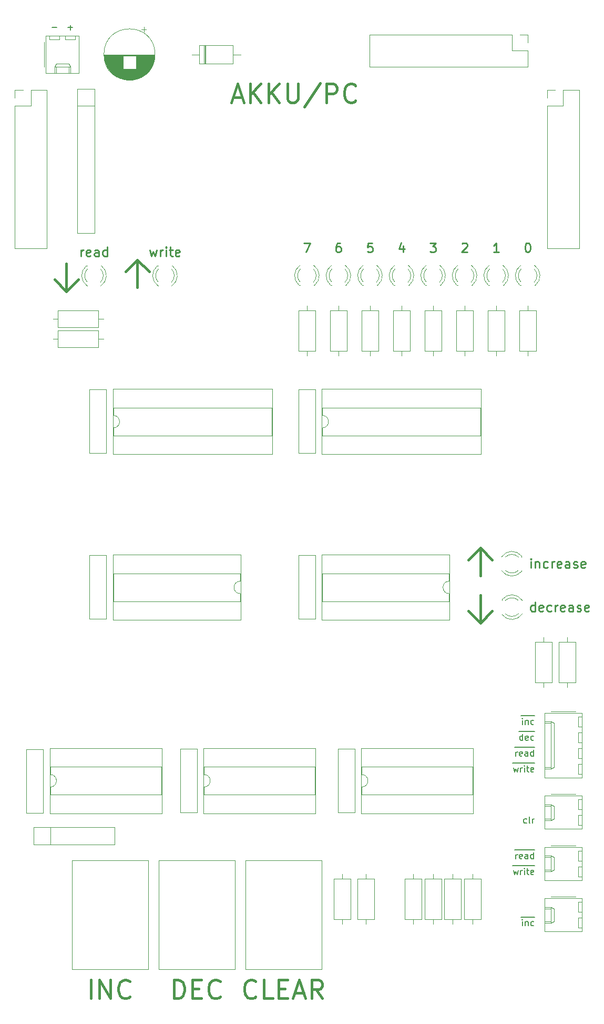
<source format=gbr>
G04 #@! TF.GenerationSoftware,KiCad,Pcbnew,(5.1.7)-1*
G04 #@! TF.CreationDate,2020-12-28T01:02:16+01:00*
G04 #@! TF.ProjectId,Akku,416b6b75-2e6b-4696-9361-645f70636258,rev?*
G04 #@! TF.SameCoordinates,Original*
G04 #@! TF.FileFunction,Legend,Top*
G04 #@! TF.FilePolarity,Positive*
%FSLAX46Y46*%
G04 Gerber Fmt 4.6, Leading zero omitted, Abs format (unit mm)*
G04 Created by KiCad (PCBNEW (5.1.7)-1) date 2020-12-28 01:02:16*
%MOMM*%
%LPD*%
G01*
G04 APERTURE LIST*
%ADD10C,0.170000*%
%ADD11C,0.400000*%
%ADD12C,0.250000*%
%ADD13C,0.120000*%
G04 APERTURE END LIST*
D10*
X59944047Y-50236428D02*
X60705952Y-50236428D01*
X60325000Y-50617380D02*
X60325000Y-49855476D01*
X57404047Y-50236428D02*
X58165952Y-50236428D01*
D11*
X59690000Y-92710000D02*
X59690000Y-88265000D01*
X59690000Y-92710000D02*
X61595000Y-90805000D01*
X57785000Y-90805000D02*
X59690000Y-92710000D01*
X71120000Y-92075000D02*
X71120000Y-87630000D01*
X69215000Y-89535000D02*
X71120000Y-87630000D01*
X71120000Y-87630000D02*
X73025000Y-89535000D01*
X126365000Y-146050000D02*
X126365000Y-141605000D01*
X126365000Y-146050000D02*
X128270000Y-144145000D01*
X124460000Y-144145000D02*
X126365000Y-146050000D01*
D12*
X135147500Y-144188571D02*
X135147500Y-142688571D01*
X135147500Y-144117142D02*
X135004642Y-144188571D01*
X134718928Y-144188571D01*
X134576071Y-144117142D01*
X134504642Y-144045714D01*
X134433214Y-143902857D01*
X134433214Y-143474285D01*
X134504642Y-143331428D01*
X134576071Y-143260000D01*
X134718928Y-143188571D01*
X135004642Y-143188571D01*
X135147500Y-143260000D01*
X136433214Y-144117142D02*
X136290357Y-144188571D01*
X136004642Y-144188571D01*
X135861785Y-144117142D01*
X135790357Y-143974285D01*
X135790357Y-143402857D01*
X135861785Y-143260000D01*
X136004642Y-143188571D01*
X136290357Y-143188571D01*
X136433214Y-143260000D01*
X136504642Y-143402857D01*
X136504642Y-143545714D01*
X135790357Y-143688571D01*
X137790357Y-144117142D02*
X137647500Y-144188571D01*
X137361785Y-144188571D01*
X137218928Y-144117142D01*
X137147500Y-144045714D01*
X137076071Y-143902857D01*
X137076071Y-143474285D01*
X137147500Y-143331428D01*
X137218928Y-143260000D01*
X137361785Y-143188571D01*
X137647500Y-143188571D01*
X137790357Y-143260000D01*
X138433214Y-144188571D02*
X138433214Y-143188571D01*
X138433214Y-143474285D02*
X138504642Y-143331428D01*
X138576071Y-143260000D01*
X138718928Y-143188571D01*
X138861785Y-143188571D01*
X139933214Y-144117142D02*
X139790357Y-144188571D01*
X139504642Y-144188571D01*
X139361785Y-144117142D01*
X139290357Y-143974285D01*
X139290357Y-143402857D01*
X139361785Y-143260000D01*
X139504642Y-143188571D01*
X139790357Y-143188571D01*
X139933214Y-143260000D01*
X140004642Y-143402857D01*
X140004642Y-143545714D01*
X139290357Y-143688571D01*
X141290357Y-144188571D02*
X141290357Y-143402857D01*
X141218928Y-143260000D01*
X141076071Y-143188571D01*
X140790357Y-143188571D01*
X140647500Y-143260000D01*
X141290357Y-144117142D02*
X141147500Y-144188571D01*
X140790357Y-144188571D01*
X140647500Y-144117142D01*
X140576071Y-143974285D01*
X140576071Y-143831428D01*
X140647500Y-143688571D01*
X140790357Y-143617142D01*
X141147500Y-143617142D01*
X141290357Y-143545714D01*
X141933214Y-144117142D02*
X142076071Y-144188571D01*
X142361785Y-144188571D01*
X142504642Y-144117142D01*
X142576071Y-143974285D01*
X142576071Y-143902857D01*
X142504642Y-143760000D01*
X142361785Y-143688571D01*
X142147500Y-143688571D01*
X142004642Y-143617142D01*
X141933214Y-143474285D01*
X141933214Y-143402857D01*
X142004642Y-143260000D01*
X142147500Y-143188571D01*
X142361785Y-143188571D01*
X142504642Y-143260000D01*
X143790357Y-144117142D02*
X143647500Y-144188571D01*
X143361785Y-144188571D01*
X143218928Y-144117142D01*
X143147500Y-143974285D01*
X143147500Y-143402857D01*
X143218928Y-143260000D01*
X143361785Y-143188571D01*
X143647500Y-143188571D01*
X143790357Y-143260000D01*
X143861785Y-143402857D01*
X143861785Y-143545714D01*
X143147500Y-143688571D01*
X134504642Y-137203571D02*
X134504642Y-136203571D01*
X134504642Y-135703571D02*
X134433214Y-135775000D01*
X134504642Y-135846428D01*
X134576071Y-135775000D01*
X134504642Y-135703571D01*
X134504642Y-135846428D01*
X135218928Y-136203571D02*
X135218928Y-137203571D01*
X135218928Y-136346428D02*
X135290357Y-136275000D01*
X135433214Y-136203571D01*
X135647500Y-136203571D01*
X135790357Y-136275000D01*
X135861785Y-136417857D01*
X135861785Y-137203571D01*
X137218928Y-137132142D02*
X137076071Y-137203571D01*
X136790357Y-137203571D01*
X136647500Y-137132142D01*
X136576071Y-137060714D01*
X136504642Y-136917857D01*
X136504642Y-136489285D01*
X136576071Y-136346428D01*
X136647500Y-136275000D01*
X136790357Y-136203571D01*
X137076071Y-136203571D01*
X137218928Y-136275000D01*
X137861785Y-137203571D02*
X137861785Y-136203571D01*
X137861785Y-136489285D02*
X137933214Y-136346428D01*
X138004642Y-136275000D01*
X138147500Y-136203571D01*
X138290357Y-136203571D01*
X139361785Y-137132142D02*
X139218928Y-137203571D01*
X138933214Y-137203571D01*
X138790357Y-137132142D01*
X138718928Y-136989285D01*
X138718928Y-136417857D01*
X138790357Y-136275000D01*
X138933214Y-136203571D01*
X139218928Y-136203571D01*
X139361785Y-136275000D01*
X139433214Y-136417857D01*
X139433214Y-136560714D01*
X138718928Y-136703571D01*
X140718928Y-137203571D02*
X140718928Y-136417857D01*
X140647500Y-136275000D01*
X140504642Y-136203571D01*
X140218928Y-136203571D01*
X140076071Y-136275000D01*
X140718928Y-137132142D02*
X140576071Y-137203571D01*
X140218928Y-137203571D01*
X140076071Y-137132142D01*
X140004642Y-136989285D01*
X140004642Y-136846428D01*
X140076071Y-136703571D01*
X140218928Y-136632142D01*
X140576071Y-136632142D01*
X140718928Y-136560714D01*
X141361785Y-137132142D02*
X141504642Y-137203571D01*
X141790357Y-137203571D01*
X141933214Y-137132142D01*
X142004642Y-136989285D01*
X142004642Y-136917857D01*
X141933214Y-136775000D01*
X141790357Y-136703571D01*
X141576071Y-136703571D01*
X141433214Y-136632142D01*
X141361785Y-136489285D01*
X141361785Y-136417857D01*
X141433214Y-136275000D01*
X141576071Y-136203571D01*
X141790357Y-136203571D01*
X141933214Y-136275000D01*
X143218928Y-137132142D02*
X143076071Y-137203571D01*
X142790357Y-137203571D01*
X142647500Y-137132142D01*
X142576071Y-136989285D01*
X142576071Y-136417857D01*
X142647500Y-136275000D01*
X142790357Y-136203571D01*
X143076071Y-136203571D01*
X143218928Y-136275000D01*
X143290357Y-136417857D01*
X143290357Y-136560714D01*
X142576071Y-136703571D01*
D11*
X126365000Y-133985000D02*
X128270000Y-135890000D01*
X124460000Y-135890000D02*
X126365000Y-133985000D01*
X126365000Y-138430000D02*
X126365000Y-133985000D01*
D12*
X97925000Y-84903571D02*
X98925000Y-84903571D01*
X98282142Y-86403571D01*
X103790714Y-84903571D02*
X103505000Y-84903571D01*
X103362142Y-84975000D01*
X103290714Y-85046428D01*
X103147857Y-85260714D01*
X103076428Y-85546428D01*
X103076428Y-86117857D01*
X103147857Y-86260714D01*
X103219285Y-86332142D01*
X103362142Y-86403571D01*
X103647857Y-86403571D01*
X103790714Y-86332142D01*
X103862142Y-86260714D01*
X103933571Y-86117857D01*
X103933571Y-85760714D01*
X103862142Y-85617857D01*
X103790714Y-85546428D01*
X103647857Y-85475000D01*
X103362142Y-85475000D01*
X103219285Y-85546428D01*
X103147857Y-85617857D01*
X103076428Y-85760714D01*
X108942142Y-84903571D02*
X108227857Y-84903571D01*
X108156428Y-85617857D01*
X108227857Y-85546428D01*
X108370714Y-85475000D01*
X108727857Y-85475000D01*
X108870714Y-85546428D01*
X108942142Y-85617857D01*
X109013571Y-85760714D01*
X109013571Y-86117857D01*
X108942142Y-86260714D01*
X108870714Y-86332142D01*
X108727857Y-86403571D01*
X108370714Y-86403571D01*
X108227857Y-86332142D01*
X108156428Y-86260714D01*
X113950714Y-85403571D02*
X113950714Y-86403571D01*
X113593571Y-84832142D02*
X113236428Y-85903571D01*
X114165000Y-85903571D01*
X118245000Y-84903571D02*
X119173571Y-84903571D01*
X118673571Y-85475000D01*
X118887857Y-85475000D01*
X119030714Y-85546428D01*
X119102142Y-85617857D01*
X119173571Y-85760714D01*
X119173571Y-86117857D01*
X119102142Y-86260714D01*
X119030714Y-86332142D01*
X118887857Y-86403571D01*
X118459285Y-86403571D01*
X118316428Y-86332142D01*
X118245000Y-86260714D01*
X123396428Y-85046428D02*
X123467857Y-84975000D01*
X123610714Y-84903571D01*
X123967857Y-84903571D01*
X124110714Y-84975000D01*
X124182142Y-85046428D01*
X124253571Y-85189285D01*
X124253571Y-85332142D01*
X124182142Y-85546428D01*
X123325000Y-86403571D01*
X124253571Y-86403571D01*
X129333571Y-86403571D02*
X128476428Y-86403571D01*
X128905000Y-86403571D02*
X128905000Y-84903571D01*
X128762142Y-85117857D01*
X128619285Y-85260714D01*
X128476428Y-85332142D01*
X133913571Y-84903571D02*
X134056428Y-84903571D01*
X134199285Y-84975000D01*
X134270714Y-85046428D01*
X134342142Y-85189285D01*
X134413571Y-85475000D01*
X134413571Y-85832142D01*
X134342142Y-86117857D01*
X134270714Y-86260714D01*
X134199285Y-86332142D01*
X134056428Y-86403571D01*
X133913571Y-86403571D01*
X133770714Y-86332142D01*
X133699285Y-86260714D01*
X133627857Y-86117857D01*
X133556428Y-85832142D01*
X133556428Y-85475000D01*
X133627857Y-85189285D01*
X133699285Y-85046428D01*
X133770714Y-84975000D01*
X133913571Y-84903571D01*
D10*
X132906404Y-160984000D02*
X133382595Y-160984000D01*
X133144500Y-162377380D02*
X133144500Y-161710714D01*
X133144500Y-161377380D02*
X133096880Y-161425000D01*
X133144500Y-161472619D01*
X133192119Y-161425000D01*
X133144500Y-161377380D01*
X133144500Y-161472619D01*
X133382595Y-160984000D02*
X134287357Y-160984000D01*
X133620690Y-161710714D02*
X133620690Y-162377380D01*
X133620690Y-161805952D02*
X133668309Y-161758333D01*
X133763547Y-161710714D01*
X133906404Y-161710714D01*
X134001642Y-161758333D01*
X134049261Y-161853571D01*
X134049261Y-162377380D01*
X134287357Y-160984000D02*
X135144500Y-160984000D01*
X134954023Y-162329761D02*
X134858785Y-162377380D01*
X134668309Y-162377380D01*
X134573071Y-162329761D01*
X134525452Y-162282142D01*
X134477833Y-162186904D01*
X134477833Y-161901190D01*
X134525452Y-161805952D01*
X134573071Y-161758333D01*
X134668309Y-161710714D01*
X134858785Y-161710714D01*
X134954023Y-161758333D01*
X132525452Y-163524000D02*
X133430214Y-163524000D01*
X133192119Y-164917380D02*
X133192119Y-163917380D01*
X133192119Y-164869761D02*
X133096880Y-164917380D01*
X132906404Y-164917380D01*
X132811166Y-164869761D01*
X132763547Y-164822142D01*
X132715928Y-164726904D01*
X132715928Y-164441190D01*
X132763547Y-164345952D01*
X132811166Y-164298333D01*
X132906404Y-164250714D01*
X133096880Y-164250714D01*
X133192119Y-164298333D01*
X133430214Y-163524000D02*
X134287357Y-163524000D01*
X134049261Y-164869761D02*
X133954023Y-164917380D01*
X133763547Y-164917380D01*
X133668309Y-164869761D01*
X133620690Y-164774523D01*
X133620690Y-164393571D01*
X133668309Y-164298333D01*
X133763547Y-164250714D01*
X133954023Y-164250714D01*
X134049261Y-164298333D01*
X134096880Y-164393571D01*
X134096880Y-164488809D01*
X133620690Y-164584047D01*
X134287357Y-163524000D02*
X135144500Y-163524000D01*
X134954023Y-164869761D02*
X134858785Y-164917380D01*
X134668309Y-164917380D01*
X134573071Y-164869761D01*
X134525452Y-164822142D01*
X134477833Y-164726904D01*
X134477833Y-164441190D01*
X134525452Y-164345952D01*
X134573071Y-164298333D01*
X134668309Y-164250714D01*
X134858785Y-164250714D01*
X134954023Y-164298333D01*
X131573071Y-168604000D02*
X132620690Y-168604000D01*
X131715928Y-169330714D02*
X131906404Y-169997380D01*
X132096880Y-169521190D01*
X132287357Y-169997380D01*
X132477833Y-169330714D01*
X132620690Y-168604000D02*
X133239738Y-168604000D01*
X132858785Y-169997380D02*
X132858785Y-169330714D01*
X132858785Y-169521190D02*
X132906404Y-169425952D01*
X132954023Y-169378333D01*
X133049261Y-169330714D01*
X133144500Y-169330714D01*
X133239738Y-168604000D02*
X133715928Y-168604000D01*
X133477833Y-169997380D02*
X133477833Y-169330714D01*
X133477833Y-168997380D02*
X133430214Y-169045000D01*
X133477833Y-169092619D01*
X133525452Y-169045000D01*
X133477833Y-168997380D01*
X133477833Y-169092619D01*
X133715928Y-168604000D02*
X134287357Y-168604000D01*
X133811166Y-169330714D02*
X134192119Y-169330714D01*
X133954023Y-168997380D02*
X133954023Y-169854523D01*
X134001642Y-169949761D01*
X134096880Y-169997380D01*
X134192119Y-169997380D01*
X134287357Y-168604000D02*
X135144500Y-168604000D01*
X134906404Y-169949761D02*
X134811166Y-169997380D01*
X134620690Y-169997380D01*
X134525452Y-169949761D01*
X134477833Y-169854523D01*
X134477833Y-169473571D01*
X134525452Y-169378333D01*
X134620690Y-169330714D01*
X134811166Y-169330714D01*
X134906404Y-169378333D01*
X134954023Y-169473571D01*
X134954023Y-169568809D01*
X134477833Y-169664047D01*
X131858785Y-166064000D02*
X132477833Y-166064000D01*
X132096880Y-167457380D02*
X132096880Y-166790714D01*
X132096880Y-166981190D02*
X132144500Y-166885952D01*
X132192119Y-166838333D01*
X132287357Y-166790714D01*
X132382595Y-166790714D01*
X132477833Y-166064000D02*
X133334976Y-166064000D01*
X133096880Y-167409761D02*
X133001642Y-167457380D01*
X132811166Y-167457380D01*
X132715928Y-167409761D01*
X132668309Y-167314523D01*
X132668309Y-166933571D01*
X132715928Y-166838333D01*
X132811166Y-166790714D01*
X133001642Y-166790714D01*
X133096880Y-166838333D01*
X133144500Y-166933571D01*
X133144500Y-167028809D01*
X132668309Y-167124047D01*
X133334976Y-166064000D02*
X134239738Y-166064000D01*
X134001642Y-167457380D02*
X134001642Y-166933571D01*
X133954023Y-166838333D01*
X133858785Y-166790714D01*
X133668309Y-166790714D01*
X133573071Y-166838333D01*
X134001642Y-167409761D02*
X133906404Y-167457380D01*
X133668309Y-167457380D01*
X133573071Y-167409761D01*
X133525452Y-167314523D01*
X133525452Y-167219285D01*
X133573071Y-167124047D01*
X133668309Y-167076428D01*
X133906404Y-167076428D01*
X134001642Y-167028809D01*
X134239738Y-166064000D02*
X135144500Y-166064000D01*
X134906404Y-167457380D02*
X134906404Y-166457380D01*
X134906404Y-167409761D02*
X134811166Y-167457380D01*
X134620690Y-167457380D01*
X134525452Y-167409761D01*
X134477833Y-167362142D01*
X134430214Y-167266904D01*
X134430214Y-166981190D01*
X134477833Y-166885952D01*
X134525452Y-166838333D01*
X134620690Y-166790714D01*
X134811166Y-166790714D01*
X134906404Y-166838333D01*
X133811166Y-178204761D02*
X133715928Y-178252380D01*
X133525452Y-178252380D01*
X133430214Y-178204761D01*
X133382595Y-178157142D01*
X133334976Y-178061904D01*
X133334976Y-177776190D01*
X133382595Y-177680952D01*
X133430214Y-177633333D01*
X133525452Y-177585714D01*
X133715928Y-177585714D01*
X133811166Y-177633333D01*
X134382595Y-178252380D02*
X134287357Y-178204761D01*
X134239738Y-178109523D01*
X134239738Y-177252380D01*
X134763547Y-178252380D02*
X134763547Y-177585714D01*
X134763547Y-177776190D02*
X134811166Y-177680952D01*
X134858785Y-177633333D01*
X134954023Y-177585714D01*
X135049261Y-177585714D01*
X131858785Y-182574000D02*
X132477833Y-182574000D01*
X132096880Y-183967380D02*
X132096880Y-183300714D01*
X132096880Y-183491190D02*
X132144500Y-183395952D01*
X132192119Y-183348333D01*
X132287357Y-183300714D01*
X132382595Y-183300714D01*
X132477833Y-182574000D02*
X133334976Y-182574000D01*
X133096880Y-183919761D02*
X133001642Y-183967380D01*
X132811166Y-183967380D01*
X132715928Y-183919761D01*
X132668309Y-183824523D01*
X132668309Y-183443571D01*
X132715928Y-183348333D01*
X132811166Y-183300714D01*
X133001642Y-183300714D01*
X133096880Y-183348333D01*
X133144500Y-183443571D01*
X133144500Y-183538809D01*
X132668309Y-183634047D01*
X133334976Y-182574000D02*
X134239738Y-182574000D01*
X134001642Y-183967380D02*
X134001642Y-183443571D01*
X133954023Y-183348333D01*
X133858785Y-183300714D01*
X133668309Y-183300714D01*
X133573071Y-183348333D01*
X134001642Y-183919761D02*
X133906404Y-183967380D01*
X133668309Y-183967380D01*
X133573071Y-183919761D01*
X133525452Y-183824523D01*
X133525452Y-183729285D01*
X133573071Y-183634047D01*
X133668309Y-183586428D01*
X133906404Y-183586428D01*
X134001642Y-183538809D01*
X134239738Y-182574000D02*
X135144500Y-182574000D01*
X134906404Y-183967380D02*
X134906404Y-182967380D01*
X134906404Y-183919761D02*
X134811166Y-183967380D01*
X134620690Y-183967380D01*
X134525452Y-183919761D01*
X134477833Y-183872142D01*
X134430214Y-183776904D01*
X134430214Y-183491190D01*
X134477833Y-183395952D01*
X134525452Y-183348333D01*
X134620690Y-183300714D01*
X134811166Y-183300714D01*
X134906404Y-183348333D01*
X131573071Y-185114000D02*
X132620690Y-185114000D01*
X131715928Y-185840714D02*
X131906404Y-186507380D01*
X132096880Y-186031190D01*
X132287357Y-186507380D01*
X132477833Y-185840714D01*
X132620690Y-185114000D02*
X133239738Y-185114000D01*
X132858785Y-186507380D02*
X132858785Y-185840714D01*
X132858785Y-186031190D02*
X132906404Y-185935952D01*
X132954023Y-185888333D01*
X133049261Y-185840714D01*
X133144500Y-185840714D01*
X133239738Y-185114000D02*
X133715928Y-185114000D01*
X133477833Y-186507380D02*
X133477833Y-185840714D01*
X133477833Y-185507380D02*
X133430214Y-185555000D01*
X133477833Y-185602619D01*
X133525452Y-185555000D01*
X133477833Y-185507380D01*
X133477833Y-185602619D01*
X133715928Y-185114000D02*
X134287357Y-185114000D01*
X133811166Y-185840714D02*
X134192119Y-185840714D01*
X133954023Y-185507380D02*
X133954023Y-186364523D01*
X134001642Y-186459761D01*
X134096880Y-186507380D01*
X134192119Y-186507380D01*
X134287357Y-185114000D02*
X135144500Y-185114000D01*
X134906404Y-186459761D02*
X134811166Y-186507380D01*
X134620690Y-186507380D01*
X134525452Y-186459761D01*
X134477833Y-186364523D01*
X134477833Y-185983571D01*
X134525452Y-185888333D01*
X134620690Y-185840714D01*
X134811166Y-185840714D01*
X134906404Y-185888333D01*
X134954023Y-185983571D01*
X134954023Y-186078809D01*
X134477833Y-186174047D01*
X132906404Y-193369000D02*
X133382595Y-193369000D01*
X133144500Y-194762380D02*
X133144500Y-194095714D01*
X133144500Y-193762380D02*
X133096880Y-193810000D01*
X133144500Y-193857619D01*
X133192119Y-193810000D01*
X133144500Y-193762380D01*
X133144500Y-193857619D01*
X133382595Y-193369000D02*
X134287357Y-193369000D01*
X133620690Y-194095714D02*
X133620690Y-194762380D01*
X133620690Y-194190952D02*
X133668309Y-194143333D01*
X133763547Y-194095714D01*
X133906404Y-194095714D01*
X134001642Y-194143333D01*
X134049261Y-194238571D01*
X134049261Y-194762380D01*
X134287357Y-193369000D02*
X135144500Y-193369000D01*
X134954023Y-194714761D02*
X134858785Y-194762380D01*
X134668309Y-194762380D01*
X134573071Y-194714761D01*
X134525452Y-194667142D01*
X134477833Y-194571904D01*
X134477833Y-194286190D01*
X134525452Y-194190952D01*
X134573071Y-194143333D01*
X134668309Y-194095714D01*
X134858785Y-194095714D01*
X134954023Y-194143333D01*
D11*
X86556428Y-61460000D02*
X87985000Y-61460000D01*
X86270714Y-62317142D02*
X87270714Y-59317142D01*
X88270714Y-62317142D01*
X89270714Y-62317142D02*
X89270714Y-59317142D01*
X90985000Y-62317142D02*
X89699285Y-60602857D01*
X90985000Y-59317142D02*
X89270714Y-61031428D01*
X92270714Y-62317142D02*
X92270714Y-59317142D01*
X93985000Y-62317142D02*
X92699285Y-60602857D01*
X93985000Y-59317142D02*
X92270714Y-61031428D01*
X95270714Y-59317142D02*
X95270714Y-61745714D01*
X95413571Y-62031428D01*
X95556428Y-62174285D01*
X95842142Y-62317142D01*
X96413571Y-62317142D01*
X96699285Y-62174285D01*
X96842142Y-62031428D01*
X96985000Y-61745714D01*
X96985000Y-59317142D01*
X100556428Y-59174285D02*
X97985000Y-63031428D01*
X101556428Y-62317142D02*
X101556428Y-59317142D01*
X102699285Y-59317142D01*
X102985000Y-59460000D01*
X103127857Y-59602857D01*
X103270714Y-59888571D01*
X103270714Y-60317142D01*
X103127857Y-60602857D01*
X102985000Y-60745714D01*
X102699285Y-60888571D01*
X101556428Y-60888571D01*
X106270714Y-62031428D02*
X106127857Y-62174285D01*
X105699285Y-62317142D01*
X105413571Y-62317142D01*
X104985000Y-62174285D01*
X104699285Y-61888571D01*
X104556428Y-61602857D01*
X104413571Y-61031428D01*
X104413571Y-60602857D01*
X104556428Y-60031428D01*
X104699285Y-59745714D01*
X104985000Y-59460000D01*
X105413571Y-59317142D01*
X105699285Y-59317142D01*
X106127857Y-59460000D01*
X106270714Y-59602857D01*
D12*
X62027857Y-87038571D02*
X62027857Y-86038571D01*
X62027857Y-86324285D02*
X62099285Y-86181428D01*
X62170714Y-86110000D01*
X62313571Y-86038571D01*
X62456428Y-86038571D01*
X63527857Y-86967142D02*
X63385000Y-87038571D01*
X63099285Y-87038571D01*
X62956428Y-86967142D01*
X62885000Y-86824285D01*
X62885000Y-86252857D01*
X62956428Y-86110000D01*
X63099285Y-86038571D01*
X63385000Y-86038571D01*
X63527857Y-86110000D01*
X63599285Y-86252857D01*
X63599285Y-86395714D01*
X62885000Y-86538571D01*
X64885000Y-87038571D02*
X64885000Y-86252857D01*
X64813571Y-86110000D01*
X64670714Y-86038571D01*
X64385000Y-86038571D01*
X64242142Y-86110000D01*
X64885000Y-86967142D02*
X64742142Y-87038571D01*
X64385000Y-87038571D01*
X64242142Y-86967142D01*
X64170714Y-86824285D01*
X64170714Y-86681428D01*
X64242142Y-86538571D01*
X64385000Y-86467142D01*
X64742142Y-86467142D01*
X64885000Y-86395714D01*
X66242142Y-87038571D02*
X66242142Y-85538571D01*
X66242142Y-86967142D02*
X66099285Y-87038571D01*
X65813571Y-87038571D01*
X65670714Y-86967142D01*
X65599285Y-86895714D01*
X65527857Y-86752857D01*
X65527857Y-86324285D01*
X65599285Y-86181428D01*
X65670714Y-86110000D01*
X65813571Y-86038571D01*
X66099285Y-86038571D01*
X66242142Y-86110000D01*
X73100714Y-86038571D02*
X73386428Y-87038571D01*
X73672142Y-86324285D01*
X73957857Y-87038571D01*
X74243571Y-86038571D01*
X74815000Y-87038571D02*
X74815000Y-86038571D01*
X74815000Y-86324285D02*
X74886428Y-86181428D01*
X74957857Y-86110000D01*
X75100714Y-86038571D01*
X75243571Y-86038571D01*
X75743571Y-87038571D02*
X75743571Y-86038571D01*
X75743571Y-85538571D02*
X75672142Y-85610000D01*
X75743571Y-85681428D01*
X75815000Y-85610000D01*
X75743571Y-85538571D01*
X75743571Y-85681428D01*
X76243571Y-86038571D02*
X76815000Y-86038571D01*
X76457857Y-85538571D02*
X76457857Y-86824285D01*
X76529285Y-86967142D01*
X76672142Y-87038571D01*
X76815000Y-87038571D01*
X77886428Y-86967142D02*
X77743571Y-87038571D01*
X77457857Y-87038571D01*
X77315000Y-86967142D01*
X77243571Y-86824285D01*
X77243571Y-86252857D01*
X77315000Y-86110000D01*
X77457857Y-86038571D01*
X77743571Y-86038571D01*
X77886428Y-86110000D01*
X77957857Y-86252857D01*
X77957857Y-86395714D01*
X77243571Y-86538571D01*
D11*
X90186428Y-206176428D02*
X90043571Y-206319285D01*
X89615000Y-206462142D01*
X89329285Y-206462142D01*
X88900714Y-206319285D01*
X88615000Y-206033571D01*
X88472142Y-205747857D01*
X88329285Y-205176428D01*
X88329285Y-204747857D01*
X88472142Y-204176428D01*
X88615000Y-203890714D01*
X88900714Y-203605000D01*
X89329285Y-203462142D01*
X89615000Y-203462142D01*
X90043571Y-203605000D01*
X90186428Y-203747857D01*
X92900714Y-206462142D02*
X91472142Y-206462142D01*
X91472142Y-203462142D01*
X93900714Y-204890714D02*
X94900714Y-204890714D01*
X95329285Y-206462142D02*
X93900714Y-206462142D01*
X93900714Y-203462142D01*
X95329285Y-203462142D01*
X96472142Y-205605000D02*
X97900714Y-205605000D01*
X96186428Y-206462142D02*
X97186428Y-203462142D01*
X98186428Y-206462142D01*
X100900714Y-206462142D02*
X99900714Y-205033571D01*
X99186428Y-206462142D02*
X99186428Y-203462142D01*
X100329285Y-203462142D01*
X100615000Y-203605000D01*
X100757857Y-203747857D01*
X100900714Y-204033571D01*
X100900714Y-204462142D01*
X100757857Y-204747857D01*
X100615000Y-204890714D01*
X100329285Y-205033571D01*
X99186428Y-205033571D01*
X77002142Y-206462142D02*
X77002142Y-203462142D01*
X77716428Y-203462142D01*
X78145000Y-203605000D01*
X78430714Y-203890714D01*
X78573571Y-204176428D01*
X78716428Y-204747857D01*
X78716428Y-205176428D01*
X78573571Y-205747857D01*
X78430714Y-206033571D01*
X78145000Y-206319285D01*
X77716428Y-206462142D01*
X77002142Y-206462142D01*
X80002142Y-204890714D02*
X81002142Y-204890714D01*
X81430714Y-206462142D02*
X80002142Y-206462142D01*
X80002142Y-203462142D01*
X81430714Y-203462142D01*
X84430714Y-206176428D02*
X84287857Y-206319285D01*
X83859285Y-206462142D01*
X83573571Y-206462142D01*
X83145000Y-206319285D01*
X82859285Y-206033571D01*
X82716428Y-205747857D01*
X82573571Y-205176428D01*
X82573571Y-204747857D01*
X82716428Y-204176428D01*
X82859285Y-203890714D01*
X83145000Y-203605000D01*
X83573571Y-203462142D01*
X83859285Y-203462142D01*
X84287857Y-203605000D01*
X84430714Y-203747857D01*
X63603571Y-206462142D02*
X63603571Y-203462142D01*
X65032142Y-206462142D02*
X65032142Y-203462142D01*
X66746428Y-206462142D01*
X66746428Y-203462142D01*
X69889285Y-206176428D02*
X69746428Y-206319285D01*
X69317857Y-206462142D01*
X69032142Y-206462142D01*
X68603571Y-206319285D01*
X68317857Y-206033571D01*
X68175000Y-205747857D01*
X68032142Y-205176428D01*
X68032142Y-204747857D01*
X68175000Y-204176428D01*
X68317857Y-203890714D01*
X68603571Y-203605000D01*
X69032142Y-203462142D01*
X69317857Y-203462142D01*
X69746428Y-203605000D01*
X69889285Y-203747857D01*
D13*
X64265000Y-60155000D02*
X61465000Y-60155000D01*
X61465000Y-60155000D02*
X61465000Y-83355000D01*
X61465000Y-83355000D02*
X64265000Y-83355000D01*
X64265000Y-83355000D02*
X64265000Y-60155000D01*
X64265000Y-62865000D02*
X61465000Y-62865000D01*
X142730000Y-182135000D02*
X136710000Y-182135000D01*
X136710000Y-182135000D02*
X136710000Y-187435000D01*
X136710000Y-187435000D02*
X142730000Y-187435000D01*
X142730000Y-187435000D02*
X142730000Y-182135000D01*
X141700000Y-181845000D02*
X137700000Y-181845000D01*
X136710000Y-183515000D02*
X137710000Y-183515000D01*
X137710000Y-183515000D02*
X137710000Y-186055000D01*
X137710000Y-186055000D02*
X136710000Y-186055000D01*
X137710000Y-183515000D02*
X138240000Y-183765000D01*
X138240000Y-183765000D02*
X138240000Y-185805000D01*
X138240000Y-185805000D02*
X137710000Y-186055000D01*
X136710000Y-183765000D02*
X137710000Y-183765000D01*
X136710000Y-185805000D02*
X137710000Y-185805000D01*
X142730000Y-182715000D02*
X142130000Y-182715000D01*
X142130000Y-182715000D02*
X142130000Y-184315000D01*
X142130000Y-184315000D02*
X142730000Y-184315000D01*
X142730000Y-185255000D02*
X142130000Y-185255000D01*
X142130000Y-185255000D02*
X142130000Y-186855000D01*
X142130000Y-186855000D02*
X142730000Y-186855000D01*
X142730000Y-190390000D02*
X136710000Y-190390000D01*
X136710000Y-190390000D02*
X136710000Y-195690000D01*
X136710000Y-195690000D02*
X142730000Y-195690000D01*
X142730000Y-195690000D02*
X142730000Y-190390000D01*
X141700000Y-190100000D02*
X137700000Y-190100000D01*
X136710000Y-191770000D02*
X137710000Y-191770000D01*
X137710000Y-191770000D02*
X137710000Y-194310000D01*
X137710000Y-194310000D02*
X136710000Y-194310000D01*
X137710000Y-191770000D02*
X138240000Y-192020000D01*
X138240000Y-192020000D02*
X138240000Y-194060000D01*
X138240000Y-194060000D02*
X137710000Y-194310000D01*
X136710000Y-192020000D02*
X137710000Y-192020000D01*
X136710000Y-194060000D02*
X137710000Y-194060000D01*
X142730000Y-190970000D02*
X142130000Y-190970000D01*
X142130000Y-190970000D02*
X142130000Y-192570000D01*
X142130000Y-192570000D02*
X142730000Y-192570000D01*
X142730000Y-193510000D02*
X142130000Y-193510000D01*
X142130000Y-193510000D02*
X142130000Y-195110000D01*
X142130000Y-195110000D02*
X142730000Y-195110000D01*
X81880000Y-53140000D02*
X81880000Y-56080000D01*
X82120000Y-53140000D02*
X82120000Y-56080000D01*
X82000000Y-53140000D02*
X82000000Y-56080000D01*
X87760000Y-54610000D02*
X86540000Y-54610000D01*
X79880000Y-54610000D02*
X81100000Y-54610000D01*
X86540000Y-53140000D02*
X81100000Y-53140000D01*
X86540000Y-56080000D02*
X86540000Y-53140000D01*
X81100000Y-56080000D02*
X86540000Y-56080000D01*
X81100000Y-53140000D02*
X81100000Y-56080000D01*
X103405000Y-166290000D02*
X106145000Y-166290000D01*
X103405000Y-176530000D02*
X106145000Y-176530000D01*
X106145000Y-176530000D02*
X106145000Y-166290000D01*
X103405000Y-176530000D02*
X103405000Y-166290000D01*
X53240000Y-166370000D02*
X55980000Y-166370000D01*
X53240000Y-176610000D02*
X55980000Y-176610000D01*
X55980000Y-176610000D02*
X55980000Y-166370000D01*
X53240000Y-176610000D02*
X53240000Y-166370000D01*
X63400000Y-108505000D02*
X66140000Y-108505000D01*
X63400000Y-118745000D02*
X66140000Y-118745000D01*
X66140000Y-118745000D02*
X66140000Y-108505000D01*
X63400000Y-118745000D02*
X63400000Y-108505000D01*
X99795000Y-135175000D02*
X99795000Y-145415000D01*
X97055000Y-135175000D02*
X97055000Y-145415000D01*
X99795000Y-135175000D02*
X97055000Y-135175000D01*
X99795000Y-145415000D02*
X97055000Y-145415000D01*
X66140000Y-145415000D02*
X63400000Y-145415000D01*
X66140000Y-135175000D02*
X63400000Y-135175000D01*
X63400000Y-135175000D02*
X63400000Y-145415000D01*
X66140000Y-135175000D02*
X66140000Y-145415000D01*
X97055000Y-108505000D02*
X99795000Y-108505000D01*
X97055000Y-118745000D02*
X99795000Y-118745000D01*
X99795000Y-118745000D02*
X99795000Y-108505000D01*
X97055000Y-118745000D02*
X97055000Y-108505000D01*
X72565000Y-50580302D02*
X71765000Y-50580302D01*
X72165000Y-50180302D02*
X72165000Y-50980302D01*
X70383000Y-58671000D02*
X69317000Y-58671000D01*
X70618000Y-58631000D02*
X69082000Y-58631000D01*
X70798000Y-58591000D02*
X68902000Y-58591000D01*
X70948000Y-58551000D02*
X68752000Y-58551000D01*
X71079000Y-58511000D02*
X68621000Y-58511000D01*
X71196000Y-58471000D02*
X68504000Y-58471000D01*
X71303000Y-58431000D02*
X68397000Y-58431000D01*
X71402000Y-58391000D02*
X68298000Y-58391000D01*
X71495000Y-58351000D02*
X68205000Y-58351000D01*
X71581000Y-58311000D02*
X68119000Y-58311000D01*
X71663000Y-58271000D02*
X68037000Y-58271000D01*
X71740000Y-58231000D02*
X67960000Y-58231000D01*
X71814000Y-58191000D02*
X67886000Y-58191000D01*
X71884000Y-58151000D02*
X67816000Y-58151000D01*
X71952000Y-58111000D02*
X67748000Y-58111000D01*
X72016000Y-58071000D02*
X67684000Y-58071000D01*
X72078000Y-58031000D02*
X67622000Y-58031000D01*
X72137000Y-57991000D02*
X67563000Y-57991000D01*
X72195000Y-57951000D02*
X67505000Y-57951000D01*
X72250000Y-57911000D02*
X67450000Y-57911000D01*
X72304000Y-57871000D02*
X67396000Y-57871000D01*
X72355000Y-57831000D02*
X67345000Y-57831000D01*
X72406000Y-57791000D02*
X67294000Y-57791000D01*
X72454000Y-57751000D02*
X67246000Y-57751000D01*
X72501000Y-57711000D02*
X67199000Y-57711000D01*
X72547000Y-57671000D02*
X67153000Y-57671000D01*
X72591000Y-57631000D02*
X67109000Y-57631000D01*
X72634000Y-57591000D02*
X67066000Y-57591000D01*
X72676000Y-57551000D02*
X67024000Y-57551000D01*
X72717000Y-57511000D02*
X66983000Y-57511000D01*
X72757000Y-57471000D02*
X66943000Y-57471000D01*
X72795000Y-57431000D02*
X66905000Y-57431000D01*
X72833000Y-57391000D02*
X66867000Y-57391000D01*
X72869000Y-57351000D02*
X66831000Y-57351000D01*
X72905000Y-57311000D02*
X66795000Y-57311000D01*
X72940000Y-57271000D02*
X66760000Y-57271000D01*
X72974000Y-57231000D02*
X66726000Y-57231000D01*
X73006000Y-57191000D02*
X66694000Y-57191000D01*
X73039000Y-57151000D02*
X66661000Y-57151000D01*
X73070000Y-57111000D02*
X66630000Y-57111000D01*
X73100000Y-57071000D02*
X66600000Y-57071000D01*
X73130000Y-57031000D02*
X66570000Y-57031000D01*
X73159000Y-56991000D02*
X66541000Y-56991000D01*
X73188000Y-56951000D02*
X66512000Y-56951000D01*
X73215000Y-56911000D02*
X66485000Y-56911000D01*
X68810000Y-56871000D02*
X66458000Y-56871000D01*
X73242000Y-56871000D02*
X70890000Y-56871000D01*
X68810000Y-56831000D02*
X66432000Y-56831000D01*
X73268000Y-56831000D02*
X70890000Y-56831000D01*
X68810000Y-56791000D02*
X66406000Y-56791000D01*
X73294000Y-56791000D02*
X70890000Y-56791000D01*
X68810000Y-56751000D02*
X66381000Y-56751000D01*
X73319000Y-56751000D02*
X70890000Y-56751000D01*
X68810000Y-56711000D02*
X66357000Y-56711000D01*
X73343000Y-56711000D02*
X70890000Y-56711000D01*
X68810000Y-56671000D02*
X66333000Y-56671000D01*
X73367000Y-56671000D02*
X70890000Y-56671000D01*
X68810000Y-56631000D02*
X66310000Y-56631000D01*
X73390000Y-56631000D02*
X70890000Y-56631000D01*
X68810000Y-56591000D02*
X66288000Y-56591000D01*
X73412000Y-56591000D02*
X70890000Y-56591000D01*
X68810000Y-56551000D02*
X66266000Y-56551000D01*
X73434000Y-56551000D02*
X70890000Y-56551000D01*
X68810000Y-56511000D02*
X66244000Y-56511000D01*
X73456000Y-56511000D02*
X70890000Y-56511000D01*
X68810000Y-56471000D02*
X66223000Y-56471000D01*
X73477000Y-56471000D02*
X70890000Y-56471000D01*
X68810000Y-56431000D02*
X66203000Y-56431000D01*
X73497000Y-56431000D02*
X70890000Y-56431000D01*
X68810000Y-56391000D02*
X66184000Y-56391000D01*
X73516000Y-56391000D02*
X70890000Y-56391000D01*
X68810000Y-56351000D02*
X66164000Y-56351000D01*
X73536000Y-56351000D02*
X70890000Y-56351000D01*
X68810000Y-56311000D02*
X66146000Y-56311000D01*
X73554000Y-56311000D02*
X70890000Y-56311000D01*
X68810000Y-56271000D02*
X66128000Y-56271000D01*
X73572000Y-56271000D02*
X70890000Y-56271000D01*
X68810000Y-56231000D02*
X66110000Y-56231000D01*
X73590000Y-56231000D02*
X70890000Y-56231000D01*
X68810000Y-56191000D02*
X66093000Y-56191000D01*
X73607000Y-56191000D02*
X70890000Y-56191000D01*
X68810000Y-56151000D02*
X66076000Y-56151000D01*
X73624000Y-56151000D02*
X70890000Y-56151000D01*
X68810000Y-56111000D02*
X66060000Y-56111000D01*
X73640000Y-56111000D02*
X70890000Y-56111000D01*
X68810000Y-56071000D02*
X66045000Y-56071000D01*
X73655000Y-56071000D02*
X70890000Y-56071000D01*
X68810000Y-56031000D02*
X66029000Y-56031000D01*
X73671000Y-56031000D02*
X70890000Y-56031000D01*
X68810000Y-55991000D02*
X66015000Y-55991000D01*
X73685000Y-55991000D02*
X70890000Y-55991000D01*
X68810000Y-55951000D02*
X66000000Y-55951000D01*
X73700000Y-55951000D02*
X70890000Y-55951000D01*
X68810000Y-55911000D02*
X65987000Y-55911000D01*
X73713000Y-55911000D02*
X70890000Y-55911000D01*
X68810000Y-55871000D02*
X65973000Y-55871000D01*
X73727000Y-55871000D02*
X70890000Y-55871000D01*
X68810000Y-55831000D02*
X65961000Y-55831000D01*
X73739000Y-55831000D02*
X70890000Y-55831000D01*
X68810000Y-55791000D02*
X65948000Y-55791000D01*
X73752000Y-55791000D02*
X70890000Y-55791000D01*
X68810000Y-55751000D02*
X65936000Y-55751000D01*
X73764000Y-55751000D02*
X70890000Y-55751000D01*
X68810000Y-55711000D02*
X65925000Y-55711000D01*
X73775000Y-55711000D02*
X70890000Y-55711000D01*
X68810000Y-55671000D02*
X65914000Y-55671000D01*
X73786000Y-55671000D02*
X70890000Y-55671000D01*
X68810000Y-55631000D02*
X65903000Y-55631000D01*
X73797000Y-55631000D02*
X70890000Y-55631000D01*
X68810000Y-55591000D02*
X65893000Y-55591000D01*
X73807000Y-55591000D02*
X70890000Y-55591000D01*
X68810000Y-55551000D02*
X65883000Y-55551000D01*
X73817000Y-55551000D02*
X70890000Y-55551000D01*
X68810000Y-55511000D02*
X65874000Y-55511000D01*
X73826000Y-55511000D02*
X70890000Y-55511000D01*
X68810000Y-55471000D02*
X65865000Y-55471000D01*
X73835000Y-55471000D02*
X70890000Y-55471000D01*
X68810000Y-55431000D02*
X65856000Y-55431000D01*
X73844000Y-55431000D02*
X70890000Y-55431000D01*
X68810000Y-55391000D02*
X65848000Y-55391000D01*
X73852000Y-55391000D02*
X70890000Y-55391000D01*
X68810000Y-55351000D02*
X65840000Y-55351000D01*
X73860000Y-55351000D02*
X70890000Y-55351000D01*
X68810000Y-55311000D02*
X65833000Y-55311000D01*
X73867000Y-55311000D02*
X70890000Y-55311000D01*
X68810000Y-55270000D02*
X65826000Y-55270000D01*
X73874000Y-55270000D02*
X70890000Y-55270000D01*
X68810000Y-55230000D02*
X65820000Y-55230000D01*
X73880000Y-55230000D02*
X70890000Y-55230000D01*
X68810000Y-55190000D02*
X65813000Y-55190000D01*
X73887000Y-55190000D02*
X70890000Y-55190000D01*
X68810000Y-55150000D02*
X65808000Y-55150000D01*
X73892000Y-55150000D02*
X70890000Y-55150000D01*
X68810000Y-55110000D02*
X65802000Y-55110000D01*
X73898000Y-55110000D02*
X70890000Y-55110000D01*
X68810000Y-55070000D02*
X65798000Y-55070000D01*
X73902000Y-55070000D02*
X70890000Y-55070000D01*
X68810000Y-55030000D02*
X65793000Y-55030000D01*
X73907000Y-55030000D02*
X70890000Y-55030000D01*
X68810000Y-54990000D02*
X65789000Y-54990000D01*
X73911000Y-54990000D02*
X70890000Y-54990000D01*
X68810000Y-54950000D02*
X65785000Y-54950000D01*
X73915000Y-54950000D02*
X70890000Y-54950000D01*
X68810000Y-54910000D02*
X65782000Y-54910000D01*
X73918000Y-54910000D02*
X70890000Y-54910000D01*
X68810000Y-54870000D02*
X65779000Y-54870000D01*
X73921000Y-54870000D02*
X70890000Y-54870000D01*
X68810000Y-54830000D02*
X65776000Y-54830000D01*
X73924000Y-54830000D02*
X70890000Y-54830000D01*
X73926000Y-54790000D02*
X65774000Y-54790000D01*
X73927000Y-54750000D02*
X65773000Y-54750000D01*
X73929000Y-54710000D02*
X65771000Y-54710000D01*
X73930000Y-54670000D02*
X65770000Y-54670000D01*
X73930000Y-54630000D02*
X65770000Y-54630000D01*
X73930000Y-54590000D02*
X65770000Y-54590000D01*
X73970000Y-54590000D02*
G75*
G03*
X73970000Y-54590000I-4120000J0D01*
G01*
X78005000Y-166290000D02*
X80745000Y-166290000D01*
X78005000Y-176530000D02*
X80745000Y-176530000D01*
X80745000Y-176530000D02*
X80745000Y-166290000D01*
X78005000Y-176530000D02*
X78005000Y-166290000D01*
X51375000Y-85785000D02*
X56575000Y-85785000D01*
X51375000Y-62865000D02*
X51375000Y-85785000D01*
X56575000Y-60265000D02*
X56575000Y-85785000D01*
X51375000Y-62865000D02*
X53975000Y-62865000D01*
X53975000Y-62865000D02*
X53975000Y-60265000D01*
X53975000Y-60265000D02*
X56575000Y-60265000D01*
X51375000Y-61595000D02*
X51375000Y-60265000D01*
X51375000Y-60265000D02*
X52705000Y-60265000D01*
X108525000Y-51375000D02*
X108525000Y-56575000D01*
X131445000Y-51375000D02*
X108525000Y-51375000D01*
X134045000Y-56575000D02*
X108525000Y-56575000D01*
X131445000Y-51375000D02*
X131445000Y-53975000D01*
X131445000Y-53975000D02*
X134045000Y-53975000D01*
X134045000Y-53975000D02*
X134045000Y-56575000D01*
X132715000Y-51375000D02*
X134045000Y-51375000D01*
X134045000Y-51375000D02*
X134045000Y-52705000D01*
X137100000Y-85785000D02*
X142300000Y-85785000D01*
X137100000Y-62865000D02*
X137100000Y-85785000D01*
X142300000Y-60265000D02*
X142300000Y-85785000D01*
X137100000Y-62865000D02*
X139700000Y-62865000D01*
X139700000Y-62865000D02*
X139700000Y-60265000D01*
X139700000Y-60265000D02*
X142300000Y-60265000D01*
X137100000Y-61595000D02*
X137100000Y-60265000D01*
X137100000Y-60265000D02*
X138430000Y-60265000D01*
X133985000Y-103100000D02*
X133985000Y-102330000D01*
X133985000Y-95020000D02*
X133985000Y-95790000D01*
X135355000Y-102330000D02*
X135355000Y-95790000D01*
X132615000Y-102330000D02*
X135355000Y-102330000D01*
X132615000Y-95790000D02*
X132615000Y-102330000D01*
X135355000Y-95790000D02*
X132615000Y-95790000D01*
X128905000Y-103100000D02*
X128905000Y-102330000D01*
X128905000Y-95020000D02*
X128905000Y-95790000D01*
X130275000Y-102330000D02*
X130275000Y-95790000D01*
X127535000Y-102330000D02*
X130275000Y-102330000D01*
X127535000Y-95790000D02*
X127535000Y-102330000D01*
X130275000Y-95790000D02*
X127535000Y-95790000D01*
X123825000Y-103100000D02*
X123825000Y-102330000D01*
X123825000Y-95020000D02*
X123825000Y-95790000D01*
X125195000Y-102330000D02*
X125195000Y-95790000D01*
X122455000Y-102330000D02*
X125195000Y-102330000D01*
X122455000Y-95790000D02*
X122455000Y-102330000D01*
X125195000Y-95790000D02*
X122455000Y-95790000D01*
X118745000Y-103100000D02*
X118745000Y-102330000D01*
X118745000Y-95020000D02*
X118745000Y-95790000D01*
X120115000Y-102330000D02*
X120115000Y-95790000D01*
X117375000Y-102330000D02*
X120115000Y-102330000D01*
X117375000Y-95790000D02*
X117375000Y-102330000D01*
X120115000Y-95790000D02*
X117375000Y-95790000D01*
X113665000Y-103100000D02*
X113665000Y-102330000D01*
X113665000Y-95020000D02*
X113665000Y-95790000D01*
X115035000Y-102330000D02*
X115035000Y-95790000D01*
X112295000Y-102330000D02*
X115035000Y-102330000D01*
X112295000Y-95790000D02*
X112295000Y-102330000D01*
X115035000Y-95790000D02*
X112295000Y-95790000D01*
X108585000Y-103100000D02*
X108585000Y-102330000D01*
X108585000Y-95020000D02*
X108585000Y-95790000D01*
X109955000Y-102330000D02*
X109955000Y-95790000D01*
X107215000Y-102330000D02*
X109955000Y-102330000D01*
X107215000Y-95790000D02*
X107215000Y-102330000D01*
X109955000Y-95790000D02*
X107215000Y-95790000D01*
X103505000Y-103100000D02*
X103505000Y-102330000D01*
X103505000Y-95020000D02*
X103505000Y-95790000D01*
X104875000Y-102330000D02*
X104875000Y-95790000D01*
X102135000Y-102330000D02*
X104875000Y-102330000D01*
X102135000Y-95790000D02*
X102135000Y-102330000D01*
X104875000Y-95790000D02*
X102135000Y-95790000D01*
X65635000Y-97155000D02*
X64865000Y-97155000D01*
X57555000Y-97155000D02*
X58325000Y-97155000D01*
X64865000Y-95785000D02*
X58325000Y-95785000D01*
X64865000Y-98525000D02*
X64865000Y-95785000D01*
X58325000Y-98525000D02*
X64865000Y-98525000D01*
X58325000Y-95785000D02*
X58325000Y-98525000D01*
X98425000Y-103100000D02*
X98425000Y-102330000D01*
X98425000Y-95020000D02*
X98425000Y-95790000D01*
X99795000Y-102330000D02*
X99795000Y-95790000D01*
X97055000Y-102330000D02*
X99795000Y-102330000D01*
X97055000Y-95790000D02*
X97055000Y-102330000D01*
X99795000Y-95790000D02*
X97055000Y-95790000D01*
X125095000Y-194540000D02*
X125095000Y-193770000D01*
X125095000Y-186460000D02*
X125095000Y-187230000D01*
X126465000Y-193770000D02*
X126465000Y-187230000D01*
X123725000Y-193770000D02*
X126465000Y-193770000D01*
X123725000Y-187230000D02*
X123725000Y-193770000D01*
X126465000Y-187230000D02*
X123725000Y-187230000D01*
X140335000Y-148360000D02*
X140335000Y-149130000D01*
X140335000Y-156440000D02*
X140335000Y-155670000D01*
X138965000Y-149130000D02*
X138965000Y-155670000D01*
X141705000Y-149130000D02*
X138965000Y-149130000D01*
X141705000Y-155670000D02*
X141705000Y-149130000D01*
X138965000Y-155670000D02*
X141705000Y-155670000D01*
X136525000Y-148360000D02*
X136525000Y-149130000D01*
X136525000Y-156440000D02*
X136525000Y-155670000D01*
X135155000Y-149130000D02*
X135155000Y-155670000D01*
X137895000Y-149130000D02*
X135155000Y-149130000D01*
X137895000Y-155670000D02*
X137895000Y-149130000D01*
X135155000Y-155670000D02*
X137895000Y-155670000D01*
X57555000Y-100330000D02*
X58325000Y-100330000D01*
X65635000Y-100330000D02*
X64865000Y-100330000D01*
X58325000Y-101700000D02*
X64865000Y-101700000D01*
X58325000Y-98960000D02*
X58325000Y-101700000D01*
X64865000Y-98960000D02*
X58325000Y-98960000D01*
X64865000Y-101700000D02*
X64865000Y-98960000D01*
X104140000Y-186460000D02*
X104140000Y-187230000D01*
X104140000Y-194540000D02*
X104140000Y-193770000D01*
X102770000Y-187230000D02*
X102770000Y-193770000D01*
X105510000Y-187230000D02*
X102770000Y-187230000D01*
X105510000Y-193770000D02*
X105510000Y-187230000D01*
X102770000Y-193770000D02*
X105510000Y-193770000D01*
X107950000Y-186460000D02*
X107950000Y-187230000D01*
X107950000Y-194540000D02*
X107950000Y-193770000D01*
X106580000Y-187230000D02*
X106580000Y-193770000D01*
X109320000Y-187230000D02*
X106580000Y-187230000D01*
X109320000Y-193770000D02*
X109320000Y-187230000D01*
X106580000Y-193770000D02*
X109320000Y-193770000D01*
X135065000Y-91730000D02*
X135221000Y-91730000D01*
X132749000Y-91730000D02*
X132905000Y-91730000D01*
X135064837Y-89128870D02*
G75*
G02*
X135065000Y-91210961I-1079837J-1041130D01*
G01*
X132905163Y-89128870D02*
G75*
G03*
X132905000Y-91210961I1079837J-1041130D01*
G01*
X135063608Y-88497665D02*
G75*
G02*
X135220516Y-91730000I-1078608J-1672335D01*
G01*
X132906392Y-88497665D02*
G75*
G03*
X132749484Y-91730000I1078608J-1672335D01*
G01*
X129985000Y-91730000D02*
X130141000Y-91730000D01*
X127669000Y-91730000D02*
X127825000Y-91730000D01*
X129984837Y-89128870D02*
G75*
G02*
X129985000Y-91210961I-1079837J-1041130D01*
G01*
X127825163Y-89128870D02*
G75*
G03*
X127825000Y-91210961I1079837J-1041130D01*
G01*
X129983608Y-88497665D02*
G75*
G02*
X130140516Y-91730000I-1078608J-1672335D01*
G01*
X127826392Y-88497665D02*
G75*
G03*
X127669484Y-91730000I1078608J-1672335D01*
G01*
X124905000Y-91730000D02*
X125061000Y-91730000D01*
X122589000Y-91730000D02*
X122745000Y-91730000D01*
X124904837Y-89128870D02*
G75*
G02*
X124905000Y-91210961I-1079837J-1041130D01*
G01*
X122745163Y-89128870D02*
G75*
G03*
X122745000Y-91210961I1079837J-1041130D01*
G01*
X124903608Y-88497665D02*
G75*
G02*
X125060516Y-91730000I-1078608J-1672335D01*
G01*
X122746392Y-88497665D02*
G75*
G03*
X122589484Y-91730000I1078608J-1672335D01*
G01*
X119825000Y-91730000D02*
X119981000Y-91730000D01*
X117509000Y-91730000D02*
X117665000Y-91730000D01*
X119824837Y-89128870D02*
G75*
G02*
X119825000Y-91210961I-1079837J-1041130D01*
G01*
X117665163Y-89128870D02*
G75*
G03*
X117665000Y-91210961I1079837J-1041130D01*
G01*
X119823608Y-88497665D02*
G75*
G02*
X119980516Y-91730000I-1078608J-1672335D01*
G01*
X117666392Y-88497665D02*
G75*
G03*
X117509484Y-91730000I1078608J-1672335D01*
G01*
X114745000Y-91730000D02*
X114901000Y-91730000D01*
X112429000Y-91730000D02*
X112585000Y-91730000D01*
X114744837Y-89128870D02*
G75*
G02*
X114745000Y-91210961I-1079837J-1041130D01*
G01*
X112585163Y-89128870D02*
G75*
G03*
X112585000Y-91210961I1079837J-1041130D01*
G01*
X114743608Y-88497665D02*
G75*
G02*
X114900516Y-91730000I-1078608J-1672335D01*
G01*
X112586392Y-88497665D02*
G75*
G03*
X112429484Y-91730000I1078608J-1672335D01*
G01*
X63055000Y-88610000D02*
X62899000Y-88610000D01*
X65371000Y-88610000D02*
X65215000Y-88610000D01*
X63055163Y-91211130D02*
G75*
G02*
X63055000Y-89129039I1079837J1041130D01*
G01*
X65214837Y-91211130D02*
G75*
G03*
X65215000Y-89129039I-1079837J1041130D01*
G01*
X63056392Y-91842335D02*
G75*
G02*
X62899484Y-88610000I1078608J1672335D01*
G01*
X65213608Y-91842335D02*
G75*
G03*
X65370516Y-88610000I-1078608J1672335D01*
G01*
X109665000Y-91730000D02*
X109821000Y-91730000D01*
X107349000Y-91730000D02*
X107505000Y-91730000D01*
X109664837Y-89128870D02*
G75*
G02*
X109665000Y-91210961I-1079837J-1041130D01*
G01*
X107505163Y-89128870D02*
G75*
G03*
X107505000Y-91210961I1079837J-1041130D01*
G01*
X109663608Y-88497665D02*
G75*
G02*
X109820516Y-91730000I-1078608J-1672335D01*
G01*
X107506392Y-88497665D02*
G75*
G03*
X107349484Y-91730000I1078608J-1672335D01*
G01*
X104585000Y-91730000D02*
X104741000Y-91730000D01*
X102269000Y-91730000D02*
X102425000Y-91730000D01*
X104584837Y-89128870D02*
G75*
G02*
X104585000Y-91210961I-1079837J-1041130D01*
G01*
X102425163Y-89128870D02*
G75*
G03*
X102425000Y-91210961I1079837J-1041130D01*
G01*
X104583608Y-88497665D02*
G75*
G02*
X104740516Y-91730000I-1078608J-1672335D01*
G01*
X102426392Y-88497665D02*
G75*
G03*
X102269484Y-91730000I1078608J-1672335D01*
G01*
X99505000Y-91730000D02*
X99661000Y-91730000D01*
X97189000Y-91730000D02*
X97345000Y-91730000D01*
X99504837Y-89128870D02*
G75*
G02*
X99505000Y-91210961I-1079837J-1041130D01*
G01*
X97345163Y-89128870D02*
G75*
G03*
X97345000Y-91210961I1079837J-1041130D01*
G01*
X99503608Y-88497665D02*
G75*
G02*
X99660516Y-91730000I-1078608J-1672335D01*
G01*
X97346392Y-88497665D02*
G75*
G03*
X97189484Y-91730000I1078608J-1672335D01*
G01*
X133005000Y-137761000D02*
X133005000Y-137605000D01*
X133005000Y-135445000D02*
X133005000Y-135289000D01*
X129772665Y-137603608D02*
G75*
G03*
X133005000Y-137760516I1672335J1078608D01*
G01*
X129772665Y-135446392D02*
G75*
G02*
X133005000Y-135289484I1672335J-1078608D01*
G01*
X130403870Y-137604837D02*
G75*
G03*
X132485961Y-137605000I1041130J1079837D01*
G01*
X130403870Y-135445163D02*
G75*
G02*
X132485961Y-135445000I1041130J-1079837D01*
G01*
X129885000Y-142274000D02*
X129885000Y-142430000D01*
X129885000Y-144590000D02*
X129885000Y-144746000D01*
X133117335Y-142431392D02*
G75*
G03*
X129885000Y-142274484I-1672335J-1078608D01*
G01*
X133117335Y-144588608D02*
G75*
G02*
X129885000Y-144745516I-1672335J1078608D01*
G01*
X132486130Y-142430163D02*
G75*
G03*
X130404039Y-142430000I-1041130J-1079837D01*
G01*
X132486130Y-144589837D02*
G75*
G02*
X130404039Y-144590000I-1041130J1079837D01*
G01*
X74485000Y-88610000D02*
X74329000Y-88610000D01*
X76801000Y-88610000D02*
X76645000Y-88610000D01*
X74485163Y-91211130D02*
G75*
G02*
X74485000Y-89129039I1079837J1041130D01*
G01*
X76644837Y-91211130D02*
G75*
G03*
X76645000Y-89129039I-1079837J1041130D01*
G01*
X74486392Y-91842335D02*
G75*
G02*
X74329484Y-88610000I1078608J1672335D01*
G01*
X76643608Y-91842335D02*
G75*
G03*
X76800516Y-88610000I-1078608J1672335D01*
G01*
X142730000Y-173880000D02*
X136710000Y-173880000D01*
X136710000Y-173880000D02*
X136710000Y-179180000D01*
X136710000Y-179180000D02*
X142730000Y-179180000D01*
X142730000Y-179180000D02*
X142730000Y-173880000D01*
X141700000Y-173590000D02*
X137700000Y-173590000D01*
X136710000Y-175260000D02*
X137710000Y-175260000D01*
X137710000Y-175260000D02*
X137710000Y-177800000D01*
X137710000Y-177800000D02*
X136710000Y-177800000D01*
X137710000Y-175260000D02*
X138240000Y-175510000D01*
X138240000Y-175510000D02*
X138240000Y-177550000D01*
X138240000Y-177550000D02*
X137710000Y-177800000D01*
X136710000Y-175510000D02*
X137710000Y-175510000D01*
X136710000Y-177550000D02*
X137710000Y-177550000D01*
X142730000Y-174460000D02*
X142130000Y-174460000D01*
X142130000Y-174460000D02*
X142130000Y-176060000D01*
X142130000Y-176060000D02*
X142730000Y-176060000D01*
X142730000Y-177000000D02*
X142130000Y-177000000D01*
X142130000Y-177000000D02*
X142130000Y-178600000D01*
X142130000Y-178600000D02*
X142730000Y-178600000D01*
X142730000Y-160545000D02*
X136710000Y-160545000D01*
X136710000Y-160545000D02*
X136710000Y-170925000D01*
X136710000Y-170925000D02*
X142730000Y-170925000D01*
X142730000Y-170925000D02*
X142730000Y-160545000D01*
X141700000Y-160255000D02*
X137700000Y-160255000D01*
X136710000Y-161925000D02*
X137710000Y-161925000D01*
X137710000Y-161925000D02*
X137710000Y-169545000D01*
X137710000Y-169545000D02*
X136710000Y-169545000D01*
X137710000Y-161925000D02*
X138240000Y-162175000D01*
X138240000Y-162175000D02*
X138240000Y-169295000D01*
X138240000Y-169295000D02*
X137710000Y-169545000D01*
X136710000Y-162175000D02*
X137710000Y-162175000D01*
X136710000Y-169295000D02*
X137710000Y-169295000D01*
X142730000Y-161125000D02*
X142130000Y-161125000D01*
X142130000Y-161125000D02*
X142130000Y-162725000D01*
X142130000Y-162725000D02*
X142730000Y-162725000D01*
X142730000Y-163665000D02*
X142130000Y-163665000D01*
X142130000Y-163665000D02*
X142130000Y-165265000D01*
X142130000Y-165265000D02*
X142730000Y-165265000D01*
X142730000Y-166205000D02*
X142130000Y-166205000D01*
X142130000Y-166205000D02*
X142130000Y-167805000D01*
X142130000Y-167805000D02*
X142730000Y-167805000D01*
X142730000Y-168745000D02*
X142130000Y-168745000D01*
X142130000Y-168745000D02*
X142130000Y-170345000D01*
X142130000Y-170345000D02*
X142730000Y-170345000D01*
X56405000Y-51580000D02*
X56405000Y-57600000D01*
X56405000Y-57600000D02*
X61705000Y-57600000D01*
X61705000Y-57600000D02*
X61705000Y-51580000D01*
X61705000Y-51580000D02*
X56405000Y-51580000D01*
X56115000Y-52610000D02*
X56115000Y-56610000D01*
X57785000Y-57600000D02*
X57785000Y-56600000D01*
X57785000Y-56600000D02*
X60325000Y-56600000D01*
X60325000Y-56600000D02*
X60325000Y-57600000D01*
X57785000Y-56600000D02*
X58035000Y-56070000D01*
X58035000Y-56070000D02*
X60075000Y-56070000D01*
X60075000Y-56070000D02*
X60325000Y-56600000D01*
X58035000Y-57600000D02*
X58035000Y-56600000D01*
X60075000Y-57600000D02*
X60075000Y-56600000D01*
X56985000Y-51580000D02*
X56985000Y-52180000D01*
X56985000Y-52180000D02*
X58585000Y-52180000D01*
X58585000Y-52180000D02*
X58585000Y-51580000D01*
X59525000Y-51580000D02*
X59525000Y-52180000D01*
X59525000Y-52180000D02*
X61125000Y-52180000D01*
X61125000Y-52180000D02*
X61125000Y-51580000D01*
X74549000Y-184277000D02*
X74549000Y-201803000D01*
X86868000Y-184277000D02*
X74549000Y-184277000D01*
X86868000Y-201803000D02*
X86868000Y-184277000D01*
X74549000Y-201803000D02*
X86868000Y-201803000D01*
X60579000Y-184277000D02*
X60579000Y-201803000D01*
X72898000Y-184277000D02*
X60579000Y-184277000D01*
X72898000Y-201803000D02*
X72898000Y-184277000D01*
X60579000Y-201803000D02*
X72898000Y-201803000D01*
X88519000Y-184277000D02*
X88519000Y-201803000D01*
X100838000Y-184277000D02*
X88519000Y-184277000D01*
X100838000Y-201803000D02*
X100838000Y-184277000D01*
X88519000Y-201803000D02*
X100838000Y-201803000D01*
X115570000Y-186460000D02*
X115570000Y-187230000D01*
X115570000Y-194540000D02*
X115570000Y-193770000D01*
X114200000Y-187230000D02*
X114200000Y-193770000D01*
X116940000Y-187230000D02*
X114200000Y-187230000D01*
X116940000Y-193770000D02*
X116940000Y-187230000D01*
X114200000Y-193770000D02*
X116940000Y-193770000D01*
X121920000Y-186460000D02*
X121920000Y-187230000D01*
X121920000Y-194540000D02*
X121920000Y-193770000D01*
X120550000Y-187230000D02*
X120550000Y-193770000D01*
X123290000Y-187230000D02*
X120550000Y-187230000D01*
X123290000Y-193770000D02*
X123290000Y-187230000D01*
X120550000Y-193770000D02*
X123290000Y-193770000D01*
X118745000Y-186460000D02*
X118745000Y-187230000D01*
X118745000Y-194540000D02*
X118745000Y-193770000D01*
X117375000Y-187230000D02*
X117375000Y-193770000D01*
X120115000Y-187230000D02*
X117375000Y-187230000D01*
X120115000Y-193770000D02*
X120115000Y-187230000D01*
X117375000Y-193770000D02*
X120115000Y-193770000D01*
X100905000Y-114665000D02*
X100905000Y-115915000D01*
X100905000Y-115915000D02*
X126425000Y-115915000D01*
X126425000Y-115915000D02*
X126425000Y-111415000D01*
X126425000Y-111415000D02*
X100905000Y-111415000D01*
X100905000Y-111415000D02*
X100905000Y-112665000D01*
X100845000Y-118915000D02*
X126485000Y-118915000D01*
X126485000Y-118915000D02*
X126485000Y-108415000D01*
X126485000Y-108415000D02*
X100845000Y-108415000D01*
X100845000Y-108415000D02*
X100845000Y-118915000D01*
X100905000Y-112665000D02*
G75*
G02*
X100905000Y-114665000I0J-1000000D01*
G01*
X121405000Y-145585000D02*
X121405000Y-135085000D01*
X100845000Y-145585000D02*
X121405000Y-145585000D01*
X100845000Y-135085000D02*
X100845000Y-145585000D01*
X121405000Y-135085000D02*
X100845000Y-135085000D01*
X121345000Y-142585000D02*
X121345000Y-141335000D01*
X100905000Y-142585000D02*
X121345000Y-142585000D01*
X100905000Y-138085000D02*
X100905000Y-142585000D01*
X121345000Y-138085000D02*
X100905000Y-138085000D01*
X121345000Y-139335000D02*
X121345000Y-138085000D01*
X121345000Y-141335000D02*
G75*
G02*
X121345000Y-139335000I0J1000000D01*
G01*
X67250000Y-114665000D02*
X67250000Y-115915000D01*
X67250000Y-115915000D02*
X92770000Y-115915000D01*
X92770000Y-115915000D02*
X92770000Y-111415000D01*
X92770000Y-111415000D02*
X67250000Y-111415000D01*
X67250000Y-111415000D02*
X67250000Y-112665000D01*
X67190000Y-118915000D02*
X92830000Y-118915000D01*
X92830000Y-118915000D02*
X92830000Y-108415000D01*
X92830000Y-108415000D02*
X67190000Y-108415000D01*
X67190000Y-108415000D02*
X67190000Y-118915000D01*
X67250000Y-112665000D02*
G75*
G02*
X67250000Y-114665000I0J-1000000D01*
G01*
X87690000Y-139335000D02*
X87690000Y-138085000D01*
X87690000Y-138085000D02*
X67250000Y-138085000D01*
X67250000Y-138085000D02*
X67250000Y-142585000D01*
X67250000Y-142585000D02*
X87690000Y-142585000D01*
X87690000Y-142585000D02*
X87690000Y-141335000D01*
X87750000Y-135085000D02*
X67190000Y-135085000D01*
X67190000Y-135085000D02*
X67190000Y-145585000D01*
X67190000Y-145585000D02*
X87750000Y-145585000D01*
X87750000Y-145585000D02*
X87750000Y-135085000D01*
X87690000Y-141335000D02*
G75*
G02*
X87690000Y-139335000I0J1000000D01*
G01*
X81855000Y-172450000D02*
X81855000Y-173700000D01*
X81855000Y-173700000D02*
X99755000Y-173700000D01*
X99755000Y-173700000D02*
X99755000Y-169200000D01*
X99755000Y-169200000D02*
X81855000Y-169200000D01*
X81855000Y-169200000D02*
X81855000Y-170450000D01*
X81795000Y-176700000D02*
X99815000Y-176700000D01*
X99815000Y-176700000D02*
X99815000Y-166200000D01*
X99815000Y-166200000D02*
X81795000Y-166200000D01*
X81795000Y-166200000D02*
X81795000Y-176700000D01*
X81855000Y-170450000D02*
G75*
G02*
X81855000Y-172450000I0J-1000000D01*
G01*
X57090000Y-172450000D02*
X57090000Y-173700000D01*
X57090000Y-173700000D02*
X74990000Y-173700000D01*
X74990000Y-173700000D02*
X74990000Y-169200000D01*
X74990000Y-169200000D02*
X57090000Y-169200000D01*
X57090000Y-169200000D02*
X57090000Y-170450000D01*
X57030000Y-176700000D02*
X75050000Y-176700000D01*
X75050000Y-176700000D02*
X75050000Y-166200000D01*
X75050000Y-166200000D02*
X57030000Y-166200000D01*
X57030000Y-166200000D02*
X57030000Y-176700000D01*
X57090000Y-170450000D02*
G75*
G02*
X57090000Y-172450000I0J-1000000D01*
G01*
X107255000Y-172450000D02*
X107255000Y-173700000D01*
X107255000Y-173700000D02*
X125155000Y-173700000D01*
X125155000Y-173700000D02*
X125155000Y-169200000D01*
X125155000Y-169200000D02*
X107255000Y-169200000D01*
X107255000Y-169200000D02*
X107255000Y-170450000D01*
X107195000Y-176700000D02*
X125215000Y-176700000D01*
X125215000Y-176700000D02*
X125215000Y-166200000D01*
X125215000Y-166200000D02*
X107195000Y-166200000D01*
X107195000Y-166200000D02*
X107195000Y-176700000D01*
X107255000Y-170450000D02*
G75*
G02*
X107255000Y-172450000I0J-1000000D01*
G01*
X57150000Y-178940000D02*
X57150000Y-181740000D01*
X67480000Y-178940000D02*
X54440000Y-178940000D01*
X67480000Y-181740000D02*
X67480000Y-178940000D01*
X54440000Y-181740000D02*
X67480000Y-181740000D01*
X54440000Y-178940000D02*
X54440000Y-181740000D01*
M02*

</source>
